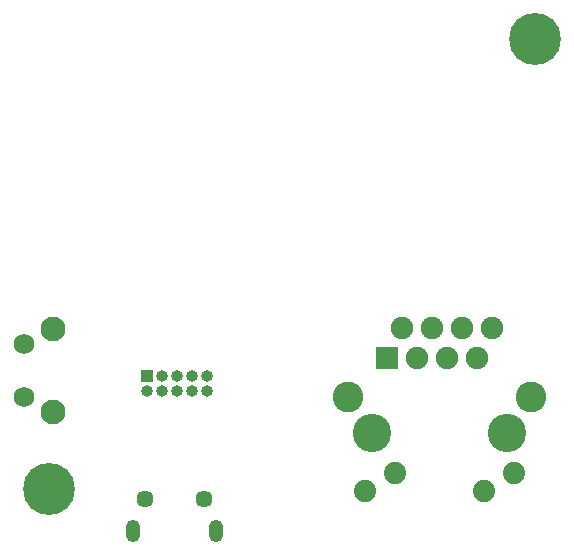
<source format=gbr>
G04 #@! TF.GenerationSoftware,KiCad,Pcbnew,(5.1.7)-1*
G04 #@! TF.CreationDate,2021-04-06T08:46:45-07:00*
G04 #@! TF.ProjectId,EsperDNS,45737065-7244-44e5-932e-6b696361645f,rev?*
G04 #@! TF.SameCoordinates,Original*
G04 #@! TF.FileFunction,Soldermask,Bot*
G04 #@! TF.FilePolarity,Negative*
%FSLAX46Y46*%
G04 Gerber Fmt 4.6, Leading zero omitted, Abs format (unit mm)*
G04 Created by KiCad (PCBNEW (5.1.7)-1) date 2021-04-06 08:46:45*
%MOMM*%
%LPD*%
G01*
G04 APERTURE LIST*
%ADD10O,1.000000X1.000000*%
%ADD11R,1.000000X1.000000*%
%ADD12O,1.200000X1.900000*%
%ADD13C,1.450000*%
%ADD14C,2.100000*%
%ADD15C,1.750000*%
%ADD16C,3.250000*%
%ADD17C,2.600000*%
%ADD18C,1.890000*%
%ADD19C,1.900000*%
%ADD20R,1.900000X1.900000*%
%ADD21C,4.400000*%
G04 APERTURE END LIST*
D10*
X-7220000Y-10770000D03*
X-7220000Y-9500000D03*
X-8490000Y-10770000D03*
X-8490000Y-9500000D03*
X-9760000Y-10770000D03*
X-9760000Y-9500000D03*
X-11030000Y-10770000D03*
X-11030000Y-9500000D03*
X-12300000Y-10770000D03*
D11*
X-12300000Y-9500000D03*
D12*
X-6450000Y-22587500D03*
X-13450000Y-22587500D03*
D13*
X-7450000Y-19887500D03*
X-12450000Y-19887500D03*
D14*
X-20210000Y-12550000D03*
D15*
X-22700000Y-11300000D03*
X-22700000Y-6800000D03*
D14*
X-20210000Y-5540000D03*
D16*
X18180000Y-14340000D03*
X6750000Y-14340000D03*
D17*
X20240000Y-11290000D03*
X4690000Y-11290000D03*
D18*
X6140000Y-19240000D03*
X8680000Y-17720000D03*
X16250000Y-19240000D03*
X18790000Y-17720000D03*
D19*
X16910000Y-5460000D03*
X15640000Y-8000000D03*
X14370000Y-5460000D03*
X13100000Y-8000000D03*
X11830000Y-5460000D03*
X10560000Y-8000000D03*
X9290000Y-5460000D03*
D20*
X8020000Y-8000000D03*
D21*
X20550000Y19050000D03*
X-20550000Y-19050000D03*
M02*

</source>
